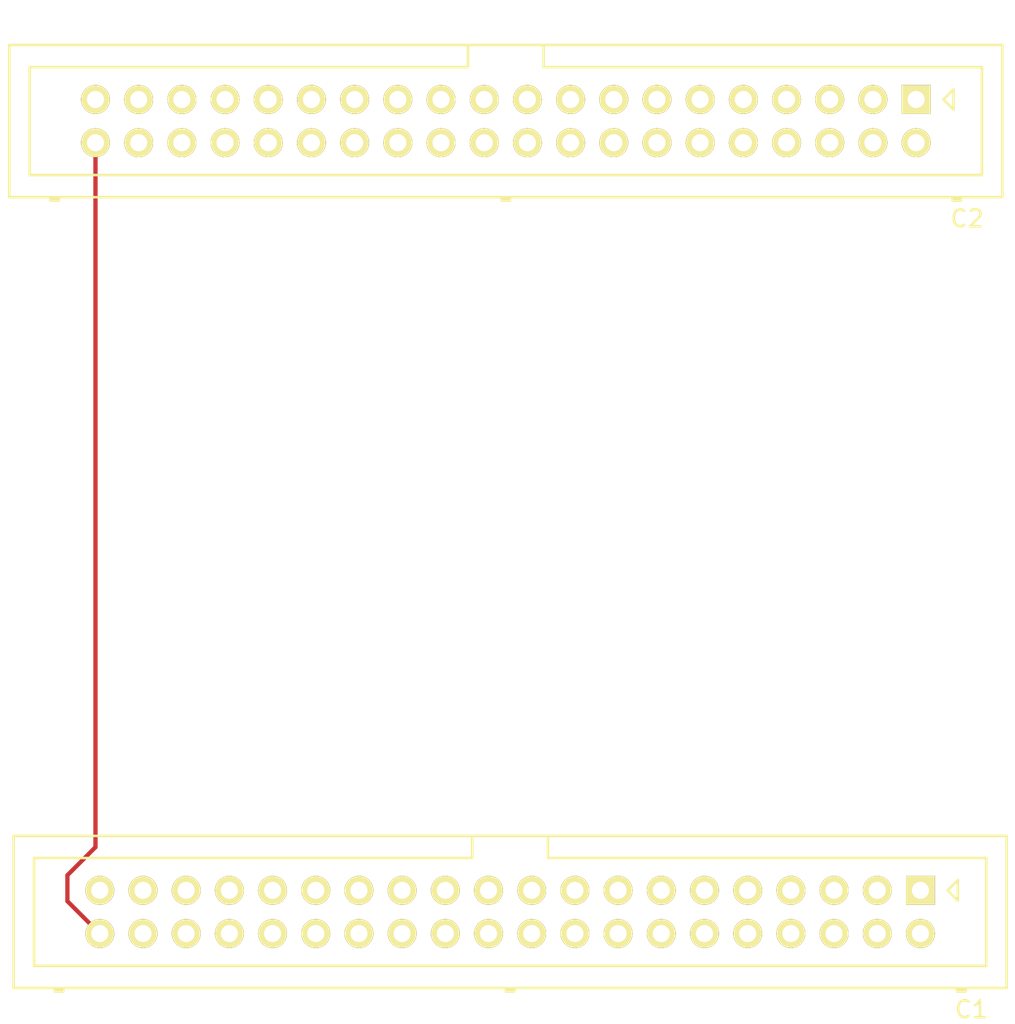
<source format=kicad_pcb>
(kicad_pcb (version 4) (host pcbnew 4.0.2-stable)

  (general
    (links 47)
    (no_connects 46)
    (area 71.527999 60.042 131.632001 120.624)
    (thickness 1.6)
    (drawings 0)
    (tracks 4)
    (zones 0)
    (modules 2)
    (nets 32)
  )

  (page A4)
  (layers
    (0 F.Cu signal)
    (31 B.Cu signal)
    (32 B.Adhes user)
    (33 F.Adhes user)
    (34 B.Paste user)
    (35 F.Paste user)
    (36 B.SilkS user)
    (37 F.SilkS user)
    (38 B.Mask user)
    (39 F.Mask user)
    (40 Dwgs.User user)
    (41 Cmts.User user)
    (42 Eco1.User user)
    (43 Eco2.User user)
    (44 Edge.Cuts user)
    (45 Margin user)
    (46 B.CrtYd user)
    (47 F.CrtYd user)
    (48 B.Fab user)
    (49 F.Fab user)
  )

  (setup
    (last_trace_width 0.25)
    (trace_clearance 0.2)
    (zone_clearance 0.508)
    (zone_45_only no)
    (trace_min 0.2)
    (segment_width 0.2)
    (edge_width 0.15)
    (via_size 0.6)
    (via_drill 0.4)
    (via_min_size 0.4)
    (via_min_drill 0.3)
    (uvia_size 0.3)
    (uvia_drill 0.1)
    (uvias_allowed no)
    (uvia_min_size 0.2)
    (uvia_min_drill 0.1)
    (pcb_text_width 0.3)
    (pcb_text_size 1.5 1.5)
    (mod_edge_width 0.15)
    (mod_text_size 1 1)
    (mod_text_width 0.15)
    (pad_size 1.524 1.524)
    (pad_drill 0.762)
    (pad_to_mask_clearance 0.2)
    (aux_axis_origin 0 0)
    (visible_elements FFFFFF7F)
    (pcbplotparams
      (layerselection 0x00030_80000001)
      (usegerberextensions false)
      (excludeedgelayer true)
      (linewidth 0.100000)
      (plotframeref false)
      (viasonmask false)
      (mode 1)
      (useauxorigin false)
      (hpglpennumber 1)
      (hpglpenspeed 20)
      (hpglpendiameter 15)
      (hpglpenoverlay 2)
      (psnegative false)
      (psa4output false)
      (plotreference true)
      (plotvalue true)
      (plotinvisibletext false)
      (padsonsilk false)
      (subtractmaskfromsilk false)
      (outputformat 1)
      (mirror false)
      (drillshape 1)
      (scaleselection 1)
      (outputdirectory ""))
  )

  (net 0 "")
  (net 1 /5V)
  (net 2 /SDA)
  (net 3 /SCL)
  (net 4 /GND)
  (net 5 /BCM4)
  (net 6 /TXD)
  (net 7 /RXD)
  (net 8 /BCM17)
  (net 9 /BCM18)
  (net 10 /BCM27)
  (net 11 /BCM22)
  (net 12 /BCM23)
  (net 13 /3V3)
  (net 14 /BCM24)
  (net 15 /MOSI)
  (net 16 /MISO)
  (net 17 /BCM25)
  (net 18 /SCLK)
  (net 19 /CE0)
  (net 20 /CE1)
  (net 21 /SD)
  (net 22 /IDSC)
  (net 23 /BCM5)
  (net 24 /BCM6)
  (net 25 /BCM12)
  (net 26 /BCM13)
  (net 27 /BCM19)
  (net 28 /BCM16)
  (net 29 /BCM26)
  (net 30 /BCM20)
  (net 31 /BCM21)

  (net_class Default "This is the default net class."
    (clearance 0.2)
    (trace_width 0.25)
    (via_dia 0.6)
    (via_drill 0.4)
    (uvia_dia 0.3)
    (uvia_drill 0.1)
    (add_net /3V3)
    (add_net /5V)
    (add_net /BCM12)
    (add_net /BCM13)
    (add_net /BCM16)
    (add_net /BCM17)
    (add_net /BCM18)
    (add_net /BCM19)
    (add_net /BCM20)
    (add_net /BCM21)
    (add_net /BCM22)
    (add_net /BCM23)
    (add_net /BCM24)
    (add_net /BCM25)
    (add_net /BCM26)
    (add_net /BCM27)
    (add_net /BCM4)
    (add_net /BCM5)
    (add_net /BCM6)
    (add_net /CE0)
    (add_net /CE1)
    (add_net /GND)
    (add_net /IDSC)
    (add_net /MISO)
    (add_net /MOSI)
    (add_net /RXD)
    (add_net /SCL)
    (add_net /SCLK)
    (add_net /SD)
    (add_net /SDA)
    (add_net /TXD)
  )

  (module Connectors_Multicomp:Multicomp_MC9A12-4034_2x20x2.54mm_Straight (layer F.Cu) (tedit 56C61E6B) (tstamp 575E1F71)
    (at 125.857 112.649 180)
    (descr http://www.farnell.com/datasheets/1520732.pdf)
    (tags "connector multicomp MC9A MC9A12")
    (path /575E2795)
    (fp_text reference C1 (at -3 -7 180) (layer F.SilkS)
      (effects (font (size 1 1) (thickness 0.15)))
    )
    (fp_text value PI-GPIO+ (at 24.13 5 180) (layer F.Fab)
      (effects (font (size 1 1) (thickness 0.15)))
    )
    (fp_line (start -5.07 3.2) (end -5.07 -5.74) (layer F.SilkS) (width 0.15))
    (fp_line (start -5.07 -5.74) (end 53.33 -5.74) (layer F.SilkS) (width 0.15))
    (fp_line (start 53.33 -5.74) (end 53.33 3.2) (layer F.SilkS) (width 0.15))
    (fp_line (start 53.33 3.2) (end -5.07 3.2) (layer F.SilkS) (width 0.15))
    (fp_line (start 21.905 3.2) (end 21.905 1.9) (layer F.SilkS) (width 0.15))
    (fp_line (start 21.905 1.9) (end -3.87 1.9) (layer F.SilkS) (width 0.15))
    (fp_line (start -3.87 1.9) (end -3.87 -4.44) (layer F.SilkS) (width 0.15))
    (fp_line (start -3.87 -4.44) (end 52.13 -4.44) (layer F.SilkS) (width 0.15))
    (fp_line (start 52.13 -4.44) (end 52.13 1.9) (layer F.SilkS) (width 0.15))
    (fp_line (start 52.13 1.9) (end 26.355 1.9) (layer F.SilkS) (width 0.15))
    (fp_line (start 26.355 1.9) (end 26.355 3.2) (layer F.SilkS) (width 0.15))
    (fp_line (start 23.88 -5.74) (end 23.88 -5.94) (layer F.SilkS) (width 0.15))
    (fp_line (start 23.88 -5.94) (end 24.38 -5.94) (layer F.SilkS) (width 0.15))
    (fp_line (start 24.38 -5.94) (end 24.38 -5.74) (layer F.SilkS) (width 0.15))
    (fp_line (start 23.88 -5.84) (end 24.38 -5.84) (layer F.SilkS) (width 0.15))
    (fp_line (start 50.41 -5.74) (end 50.41 -5.94) (layer F.SilkS) (width 0.15))
    (fp_line (start 50.41 -5.94) (end 50.91 -5.94) (layer F.SilkS) (width 0.15))
    (fp_line (start 50.91 -5.94) (end 50.91 -5.74) (layer F.SilkS) (width 0.15))
    (fp_line (start 50.41 -5.84) (end 50.91 -5.84) (layer F.SilkS) (width 0.15))
    (fp_line (start -2.65 -5.74) (end -2.65 -5.94) (layer F.SilkS) (width 0.15))
    (fp_line (start -2.65 -5.94) (end -2.15 -5.94) (layer F.SilkS) (width 0.15))
    (fp_line (start -2.15 -5.94) (end -2.15 -5.74) (layer F.SilkS) (width 0.15))
    (fp_line (start -2.65 -5.84) (end -2.15 -5.84) (layer F.SilkS) (width 0.15))
    (fp_line (start -2.2 0.6) (end -2.2 -0.6) (layer F.SilkS) (width 0.15))
    (fp_line (start -2.2 -0.6) (end -1.6 0) (layer F.SilkS) (width 0.15))
    (fp_line (start -1.6 0) (end -2.2 0.6) (layer F.SilkS) (width 0.15))
    (fp_line (start -5.55 3.7) (end -5.55 -6.25) (layer F.CrtYd) (width 0.05))
    (fp_line (start -5.55 -6.25) (end 53.85 -6.25) (layer F.CrtYd) (width 0.05))
    (fp_line (start 53.85 -6.25) (end 53.85 3.7) (layer F.CrtYd) (width 0.05))
    (fp_line (start 53.85 3.7) (end -5.55 3.7) (layer F.CrtYd) (width 0.05))
    (pad 1 thru_hole rect (at 0 0 180) (size 1.7 1.7) (drill 1) (layers *.Cu *.Mask F.SilkS))
    (pad 2 thru_hole circle (at 0 -2.54 180) (size 1.7 1.7) (drill 1) (layers *.Cu *.Mask F.SilkS)
      (net 1 /5V))
    (pad 3 thru_hole circle (at 2.54 0 180) (size 1.7 1.7) (drill 1) (layers *.Cu *.Mask F.SilkS)
      (net 2 /SDA))
    (pad 4 thru_hole circle (at 2.54 -2.54 180) (size 1.7 1.7) (drill 1) (layers *.Cu *.Mask F.SilkS)
      (net 1 /5V))
    (pad 5 thru_hole circle (at 5.08 0 180) (size 1.7 1.7) (drill 1) (layers *.Cu *.Mask F.SilkS)
      (net 3 /SCL))
    (pad 6 thru_hole circle (at 5.08 -2.54 180) (size 1.7 1.7) (drill 1) (layers *.Cu *.Mask F.SilkS)
      (net 4 /GND))
    (pad 7 thru_hole circle (at 7.62 0 180) (size 1.7 1.7) (drill 1) (layers *.Cu *.Mask F.SilkS)
      (net 5 /BCM4))
    (pad 8 thru_hole circle (at 7.62 -2.54 180) (size 1.7 1.7) (drill 1) (layers *.Cu *.Mask F.SilkS)
      (net 6 /TXD))
    (pad 9 thru_hole circle (at 10.16 0 180) (size 1.7 1.7) (drill 1) (layers *.Cu *.Mask F.SilkS)
      (net 4 /GND))
    (pad 10 thru_hole circle (at 10.16 -2.54 180) (size 1.7 1.7) (drill 1) (layers *.Cu *.Mask F.SilkS)
      (net 7 /RXD))
    (pad 11 thru_hole circle (at 12.7 0 180) (size 1.7 1.7) (drill 1) (layers *.Cu *.Mask F.SilkS)
      (net 8 /BCM17))
    (pad 12 thru_hole circle (at 12.7 -2.54 180) (size 1.7 1.7) (drill 1) (layers *.Cu *.Mask F.SilkS)
      (net 9 /BCM18))
    (pad 13 thru_hole circle (at 15.24 0 180) (size 1.7 1.7) (drill 1) (layers *.Cu *.Mask F.SilkS)
      (net 10 /BCM27))
    (pad 14 thru_hole circle (at 15.24 -2.54 180) (size 1.7 1.7) (drill 1) (layers *.Cu *.Mask F.SilkS)
      (net 4 /GND))
    (pad 15 thru_hole circle (at 17.78 0 180) (size 1.7 1.7) (drill 1) (layers *.Cu *.Mask F.SilkS)
      (net 11 /BCM22))
    (pad 16 thru_hole circle (at 17.78 -2.54 180) (size 1.7 1.7) (drill 1) (layers *.Cu *.Mask F.SilkS)
      (net 12 /BCM23))
    (pad 17 thru_hole circle (at 20.32 0 180) (size 1.7 1.7) (drill 1) (layers *.Cu *.Mask F.SilkS)
      (net 13 /3V3))
    (pad 18 thru_hole circle (at 20.32 -2.54 180) (size 1.7 1.7) (drill 1) (layers *.Cu *.Mask F.SilkS)
      (net 14 /BCM24))
    (pad 19 thru_hole circle (at 22.86 0 180) (size 1.7 1.7) (drill 1) (layers *.Cu *.Mask F.SilkS)
      (net 15 /MOSI))
    (pad 20 thru_hole circle (at 22.86 -2.54 180) (size 1.7 1.7) (drill 1) (layers *.Cu *.Mask F.SilkS)
      (net 4 /GND))
    (pad 21 thru_hole circle (at 25.4 0 180) (size 1.7 1.7) (drill 1) (layers *.Cu *.Mask F.SilkS)
      (net 16 /MISO))
    (pad 22 thru_hole circle (at 25.4 -2.54 180) (size 1.7 1.7) (drill 1) (layers *.Cu *.Mask F.SilkS)
      (net 17 /BCM25))
    (pad 23 thru_hole circle (at 27.94 0 180) (size 1.7 1.7) (drill 1) (layers *.Cu *.Mask F.SilkS)
      (net 18 /SCLK))
    (pad 24 thru_hole circle (at 27.94 -2.54 180) (size 1.7 1.7) (drill 1) (layers *.Cu *.Mask F.SilkS)
      (net 19 /CE0))
    (pad 25 thru_hole circle (at 30.48 0 180) (size 1.7 1.7) (drill 1) (layers *.Cu *.Mask F.SilkS)
      (net 4 /GND))
    (pad 26 thru_hole circle (at 30.48 -2.54 180) (size 1.7 1.7) (drill 1) (layers *.Cu *.Mask F.SilkS)
      (net 20 /CE1))
    (pad 27 thru_hole circle (at 33.02 0 180) (size 1.7 1.7) (drill 1) (layers *.Cu *.Mask F.SilkS)
      (net 21 /SD))
    (pad 28 thru_hole circle (at 33.02 -2.54 180) (size 1.7 1.7) (drill 1) (layers *.Cu *.Mask F.SilkS)
      (net 22 /IDSC))
    (pad 29 thru_hole circle (at 35.56 0 180) (size 1.7 1.7) (drill 1) (layers *.Cu *.Mask F.SilkS)
      (net 23 /BCM5))
    (pad 30 thru_hole circle (at 35.56 -2.54 180) (size 1.7 1.7) (drill 1) (layers *.Cu *.Mask F.SilkS)
      (net 4 /GND))
    (pad 31 thru_hole circle (at 38.1 0 180) (size 1.7 1.7) (drill 1) (layers *.Cu *.Mask F.SilkS)
      (net 24 /BCM6))
    (pad 32 thru_hole circle (at 38.1 -2.54 180) (size 1.7 1.7) (drill 1) (layers *.Cu *.Mask F.SilkS)
      (net 25 /BCM12))
    (pad 33 thru_hole circle (at 40.64 0 180) (size 1.7 1.7) (drill 1) (layers *.Cu *.Mask F.SilkS)
      (net 26 /BCM13))
    (pad 34 thru_hole circle (at 40.64 -2.54 180) (size 1.7 1.7) (drill 1) (layers *.Cu *.Mask F.SilkS)
      (net 4 /GND))
    (pad 35 thru_hole circle (at 43.18 0 180) (size 1.7 1.7) (drill 1) (layers *.Cu *.Mask F.SilkS)
      (net 27 /BCM19))
    (pad 36 thru_hole circle (at 43.18 -2.54 180) (size 1.7 1.7) (drill 1) (layers *.Cu *.Mask F.SilkS)
      (net 28 /BCM16))
    (pad 37 thru_hole circle (at 45.72 0 180) (size 1.7 1.7) (drill 1) (layers *.Cu *.Mask F.SilkS)
      (net 29 /BCM26))
    (pad 38 thru_hole circle (at 45.72 -2.54 180) (size 1.7 1.7) (drill 1) (layers *.Cu *.Mask F.SilkS)
      (net 30 /BCM20))
    (pad 39 thru_hole circle (at 48.26 0 180) (size 1.7 1.7) (drill 1) (layers *.Cu *.Mask F.SilkS)
      (net 4 /GND))
    (pad 40 thru_hole circle (at 48.26 -2.54 180) (size 1.7 1.7) (drill 1) (layers *.Cu *.Mask F.SilkS)
      (net 31 /BCM21))
  )

  (module Connectors_Multicomp:Multicomp_MC9A12-4034_2x20x2.54mm_Straight (layer F.Cu) (tedit 56C61E6B) (tstamp 575E1FBB)
    (at 125.603 66.167 180)
    (descr http://www.farnell.com/datasheets/1520732.pdf)
    (tags "connector multicomp MC9A MC9A12")
    (path /575E1CFC)
    (fp_text reference C2 (at -3 -7 180) (layer F.SilkS)
      (effects (font (size 1 1) (thickness 0.15)))
    )
    (fp_text value PI-GPIO+ (at 24.13 5 180) (layer F.Fab)
      (effects (font (size 1 1) (thickness 0.15)))
    )
    (fp_line (start -5.07 3.2) (end -5.07 -5.74) (layer F.SilkS) (width 0.15))
    (fp_line (start -5.07 -5.74) (end 53.33 -5.74) (layer F.SilkS) (width 0.15))
    (fp_line (start 53.33 -5.74) (end 53.33 3.2) (layer F.SilkS) (width 0.15))
    (fp_line (start 53.33 3.2) (end -5.07 3.2) (layer F.SilkS) (width 0.15))
    (fp_line (start 21.905 3.2) (end 21.905 1.9) (layer F.SilkS) (width 0.15))
    (fp_line (start 21.905 1.9) (end -3.87 1.9) (layer F.SilkS) (width 0.15))
    (fp_line (start -3.87 1.9) (end -3.87 -4.44) (layer F.SilkS) (width 0.15))
    (fp_line (start -3.87 -4.44) (end 52.13 -4.44) (layer F.SilkS) (width 0.15))
    (fp_line (start 52.13 -4.44) (end 52.13 1.9) (layer F.SilkS) (width 0.15))
    (fp_line (start 52.13 1.9) (end 26.355 1.9) (layer F.SilkS) (width 0.15))
    (fp_line (start 26.355 1.9) (end 26.355 3.2) (layer F.SilkS) (width 0.15))
    (fp_line (start 23.88 -5.74) (end 23.88 -5.94) (layer F.SilkS) (width 0.15))
    (fp_line (start 23.88 -5.94) (end 24.38 -5.94) (layer F.SilkS) (width 0.15))
    (fp_line (start 24.38 -5.94) (end 24.38 -5.74) (layer F.SilkS) (width 0.15))
    (fp_line (start 23.88 -5.84) (end 24.38 -5.84) (layer F.SilkS) (width 0.15))
    (fp_line (start 50.41 -5.74) (end 50.41 -5.94) (layer F.SilkS) (width 0.15))
    (fp_line (start 50.41 -5.94) (end 50.91 -5.94) (layer F.SilkS) (width 0.15))
    (fp_line (start 50.91 -5.94) (end 50.91 -5.74) (layer F.SilkS) (width 0.15))
    (fp_line (start 50.41 -5.84) (end 50.91 -5.84) (layer F.SilkS) (width 0.15))
    (fp_line (start -2.65 -5.74) (end -2.65 -5.94) (layer F.SilkS) (width 0.15))
    (fp_line (start -2.65 -5.94) (end -2.15 -5.94) (layer F.SilkS) (width 0.15))
    (fp_line (start -2.15 -5.94) (end -2.15 -5.74) (layer F.SilkS) (width 0.15))
    (fp_line (start -2.65 -5.84) (end -2.15 -5.84) (layer F.SilkS) (width 0.15))
    (fp_line (start -2.2 0.6) (end -2.2 -0.6) (layer F.SilkS) (width 0.15))
    (fp_line (start -2.2 -0.6) (end -1.6 0) (layer F.SilkS) (width 0.15))
    (fp_line (start -1.6 0) (end -2.2 0.6) (layer F.SilkS) (width 0.15))
    (fp_line (start -5.55 3.7) (end -5.55 -6.25) (layer F.CrtYd) (width 0.05))
    (fp_line (start -5.55 -6.25) (end 53.85 -6.25) (layer F.CrtYd) (width 0.05))
    (fp_line (start 53.85 -6.25) (end 53.85 3.7) (layer F.CrtYd) (width 0.05))
    (fp_line (start 53.85 3.7) (end -5.55 3.7) (layer F.CrtYd) (width 0.05))
    (pad 1 thru_hole rect (at 0 0 180) (size 1.7 1.7) (drill 1) (layers *.Cu *.Mask F.SilkS))
    (pad 2 thru_hole circle (at 0 -2.54 180) (size 1.7 1.7) (drill 1) (layers *.Cu *.Mask F.SilkS)
      (net 1 /5V))
    (pad 3 thru_hole circle (at 2.54 0 180) (size 1.7 1.7) (drill 1) (layers *.Cu *.Mask F.SilkS)
      (net 2 /SDA))
    (pad 4 thru_hole circle (at 2.54 -2.54 180) (size 1.7 1.7) (drill 1) (layers *.Cu *.Mask F.SilkS)
      (net 1 /5V))
    (pad 5 thru_hole circle (at 5.08 0 180) (size 1.7 1.7) (drill 1) (layers *.Cu *.Mask F.SilkS)
      (net 3 /SCL))
    (pad 6 thru_hole circle (at 5.08 -2.54 180) (size 1.7 1.7) (drill 1) (layers *.Cu *.Mask F.SilkS)
      (net 4 /GND))
    (pad 7 thru_hole circle (at 7.62 0 180) (size 1.7 1.7) (drill 1) (layers *.Cu *.Mask F.SilkS)
      (net 5 /BCM4))
    (pad 8 thru_hole circle (at 7.62 -2.54 180) (size 1.7 1.7) (drill 1) (layers *.Cu *.Mask F.SilkS)
      (net 6 /TXD))
    (pad 9 thru_hole circle (at 10.16 0 180) (size 1.7 1.7) (drill 1) (layers *.Cu *.Mask F.SilkS)
      (net 4 /GND))
    (pad 10 thru_hole circle (at 10.16 -2.54 180) (size 1.7 1.7) (drill 1) (layers *.Cu *.Mask F.SilkS)
      (net 7 /RXD))
    (pad 11 thru_hole circle (at 12.7 0 180) (size 1.7 1.7) (drill 1) (layers *.Cu *.Mask F.SilkS)
      (net 8 /BCM17))
    (pad 12 thru_hole circle (at 12.7 -2.54 180) (size 1.7 1.7) (drill 1) (layers *.Cu *.Mask F.SilkS)
      (net 9 /BCM18))
    (pad 13 thru_hole circle (at 15.24 0 180) (size 1.7 1.7) (drill 1) (layers *.Cu *.Mask F.SilkS)
      (net 10 /BCM27))
    (pad 14 thru_hole circle (at 15.24 -2.54 180) (size 1.7 1.7) (drill 1) (layers *.Cu *.Mask F.SilkS)
      (net 4 /GND))
    (pad 15 thru_hole circle (at 17.78 0 180) (size 1.7 1.7) (drill 1) (layers *.Cu *.Mask F.SilkS)
      (net 11 /BCM22))
    (pad 16 thru_hole circle (at 17.78 -2.54 180) (size 1.7 1.7) (drill 1) (layers *.Cu *.Mask F.SilkS)
      (net 12 /BCM23))
    (pad 17 thru_hole circle (at 20.32 0 180) (size 1.7 1.7) (drill 1) (layers *.Cu *.Mask F.SilkS)
      (net 13 /3V3))
    (pad 18 thru_hole circle (at 20.32 -2.54 180) (size 1.7 1.7) (drill 1) (layers *.Cu *.Mask F.SilkS)
      (net 14 /BCM24))
    (pad 19 thru_hole circle (at 22.86 0 180) (size 1.7 1.7) (drill 1) (layers *.Cu *.Mask F.SilkS)
      (net 15 /MOSI))
    (pad 20 thru_hole circle (at 22.86 -2.54 180) (size 1.7 1.7) (drill 1) (layers *.Cu *.Mask F.SilkS)
      (net 4 /GND))
    (pad 21 thru_hole circle (at 25.4 0 180) (size 1.7 1.7) (drill 1) (layers *.Cu *.Mask F.SilkS)
      (net 16 /MISO))
    (pad 22 thru_hole circle (at 25.4 -2.54 180) (size 1.7 1.7) (drill 1) (layers *.Cu *.Mask F.SilkS)
      (net 17 /BCM25))
    (pad 23 thru_hole circle (at 27.94 0 180) (size 1.7 1.7) (drill 1) (layers *.Cu *.Mask F.SilkS)
      (net 18 /SCLK))
    (pad 24 thru_hole circle (at 27.94 -2.54 180) (size 1.7 1.7) (drill 1) (layers *.Cu *.Mask F.SilkS)
      (net 19 /CE0))
    (pad 25 thru_hole circle (at 30.48 0 180) (size 1.7 1.7) (drill 1) (layers *.Cu *.Mask F.SilkS)
      (net 4 /GND))
    (pad 26 thru_hole circle (at 30.48 -2.54 180) (size 1.7 1.7) (drill 1) (layers *.Cu *.Mask F.SilkS)
      (net 20 /CE1))
    (pad 27 thru_hole circle (at 33.02 0 180) (size 1.7 1.7) (drill 1) (layers *.Cu *.Mask F.SilkS)
      (net 21 /SD))
    (pad 28 thru_hole circle (at 33.02 -2.54 180) (size 1.7 1.7) (drill 1) (layers *.Cu *.Mask F.SilkS)
      (net 22 /IDSC))
    (pad 29 thru_hole circle (at 35.56 0 180) (size 1.7 1.7) (drill 1) (layers *.Cu *.Mask F.SilkS)
      (net 23 /BCM5))
    (pad 30 thru_hole circle (at 35.56 -2.54 180) (size 1.7 1.7) (drill 1) (layers *.Cu *.Mask F.SilkS)
      (net 4 /GND))
    (pad 31 thru_hole circle (at 38.1 0 180) (size 1.7 1.7) (drill 1) (layers *.Cu *.Mask F.SilkS)
      (net 24 /BCM6))
    (pad 32 thru_hole circle (at 38.1 -2.54 180) (size 1.7 1.7) (drill 1) (layers *.Cu *.Mask F.SilkS)
      (net 25 /BCM12))
    (pad 33 thru_hole circle (at 40.64 0 180) (size 1.7 1.7) (drill 1) (layers *.Cu *.Mask F.SilkS)
      (net 26 /BCM13))
    (pad 34 thru_hole circle (at 40.64 -2.54 180) (size 1.7 1.7) (drill 1) (layers *.Cu *.Mask F.SilkS)
      (net 4 /GND))
    (pad 35 thru_hole circle (at 43.18 0 180) (size 1.7 1.7) (drill 1) (layers *.Cu *.Mask F.SilkS)
      (net 27 /BCM19))
    (pad 36 thru_hole circle (at 43.18 -2.54 180) (size 1.7 1.7) (drill 1) (layers *.Cu *.Mask F.SilkS)
      (net 28 /BCM16))
    (pad 37 thru_hole circle (at 45.72 0 180) (size 1.7 1.7) (drill 1) (layers *.Cu *.Mask F.SilkS)
      (net 29 /BCM26))
    (pad 38 thru_hole circle (at 45.72 -2.54 180) (size 1.7 1.7) (drill 1) (layers *.Cu *.Mask F.SilkS)
      (net 30 /BCM20))
    (pad 39 thru_hole circle (at 48.26 0 180) (size 1.7 1.7) (drill 1) (layers *.Cu *.Mask F.SilkS)
      (net 4 /GND))
    (pad 40 thru_hole circle (at 48.26 -2.54 180) (size 1.7 1.7) (drill 1) (layers *.Cu *.Mask F.SilkS)
      (net 31 /BCM21))
  )

  (segment (start 77.343 68.707) (end 77.343 110.109) (width 0.25) (layer F.Cu) (net 31) (status 400000))
  (segment (start 75.692 113.284) (end 77.597 115.189) (width 0.25) (layer F.Cu) (net 31) (tstamp 575E2422) (status 800000))
  (segment (start 75.692 111.76) (end 75.692 113.284) (width 0.25) (layer F.Cu) (net 31) (tstamp 575E2420))
  (segment (start 77.343 110.109) (end 75.692 111.76) (width 0.25) (layer F.Cu) (net 31) (tstamp 575E241E))

)

</source>
